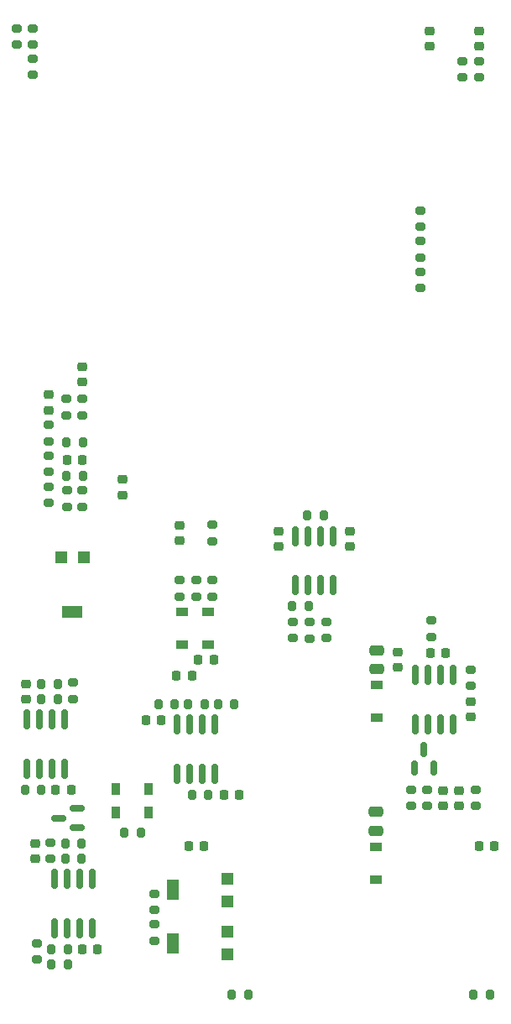
<source format=gtp>
G04 #@! TF.GenerationSoftware,KiCad,Pcbnew,(6.0.0)*
G04 #@! TF.CreationDate,2022-08-05T10:14:58-07:00*
G04 #@! TF.ProjectId,synth,73796e74-682e-46b6-9963-61645f706362,rev?*
G04 #@! TF.SameCoordinates,Original*
G04 #@! TF.FileFunction,Paste,Top*
G04 #@! TF.FilePolarity,Positive*
%FSLAX46Y46*%
G04 Gerber Fmt 4.6, Leading zero omitted, Abs format (unit mm)*
G04 Created by KiCad (PCBNEW (6.0.0)) date 2022-08-05 10:14:58*
%MOMM*%
%LPD*%
G01*
G04 APERTURE LIST*
G04 Aperture macros list*
%AMRoundRect*
0 Rectangle with rounded corners*
0 $1 Rounding radius*
0 $2 $3 $4 $5 $6 $7 $8 $9 X,Y pos of 4 corners*
0 Add a 4 corners polygon primitive as box body*
4,1,4,$2,$3,$4,$5,$6,$7,$8,$9,$2,$3,0*
0 Add four circle primitives for the rounded corners*
1,1,$1+$1,$2,$3*
1,1,$1+$1,$4,$5*
1,1,$1+$1,$6,$7*
1,1,$1+$1,$8,$9*
0 Add four rect primitives between the rounded corners*
20,1,$1+$1,$2,$3,$4,$5,0*
20,1,$1+$1,$4,$5,$6,$7,0*
20,1,$1+$1,$6,$7,$8,$9,0*
20,1,$1+$1,$8,$9,$2,$3,0*%
G04 Aperture macros list end*
%ADD10RoundRect,0.225000X0.250000X-0.225000X0.250000X0.225000X-0.250000X0.225000X-0.250000X-0.225000X0*%
%ADD11RoundRect,0.150000X0.150000X-0.825000X0.150000X0.825000X-0.150000X0.825000X-0.150000X-0.825000X0*%
%ADD12RoundRect,0.200000X0.275000X-0.200000X0.275000X0.200000X-0.275000X0.200000X-0.275000X-0.200000X0*%
%ADD13RoundRect,0.225000X0.225000X0.250000X-0.225000X0.250000X-0.225000X-0.250000X0.225000X-0.250000X0*%
%ADD14RoundRect,0.225000X-0.250000X0.225000X-0.250000X-0.225000X0.250000X-0.225000X0.250000X0.225000X0*%
%ADD15RoundRect,0.200000X-0.200000X-0.275000X0.200000X-0.275000X0.200000X0.275000X-0.200000X0.275000X0*%
%ADD16RoundRect,0.200000X-0.275000X0.200000X-0.275000X-0.200000X0.275000X-0.200000X0.275000X0.200000X0*%
%ADD17RoundRect,0.250000X-0.475000X0.250000X-0.475000X-0.250000X0.475000X-0.250000X0.475000X0.250000X0*%
%ADD18RoundRect,0.200000X0.200000X0.275000X-0.200000X0.275000X-0.200000X-0.275000X0.200000X-0.275000X0*%
%ADD19RoundRect,0.225000X-0.225000X-0.250000X0.225000X-0.250000X0.225000X0.250000X-0.225000X0.250000X0*%
%ADD20RoundRect,0.150000X0.150000X-0.587500X0.150000X0.587500X-0.150000X0.587500X-0.150000X-0.587500X0*%
%ADD21R,0.900000X1.200000*%
%ADD22RoundRect,0.150000X0.587500X0.150000X-0.587500X0.150000X-0.587500X-0.150000X0.587500X-0.150000X0*%
%ADD23R,1.200000X0.900000*%
%ADD24R,1.300000X1.300000*%
%ADD25R,1.300000X2.000000*%
%ADD26RoundRect,0.150000X-0.150000X0.825000X-0.150000X-0.825000X0.150000X-0.825000X0.150000X0.825000X0*%
%ADD27R,2.000000X1.300000*%
%ADD28RoundRect,0.250000X0.475000X-0.250000X0.475000X0.250000X-0.475000X0.250000X-0.475000X-0.250000X0*%
G04 APERTURE END LIST*
D10*
X140600000Y-95575000D03*
X140600000Y-94025000D03*
D11*
X140395000Y-119075000D03*
X141665000Y-119075000D03*
X142935000Y-119075000D03*
X144205000Y-119075000D03*
X144205000Y-114125000D03*
X142935000Y-114125000D03*
X141665000Y-114125000D03*
X140395000Y-114125000D03*
D12*
X127422000Y-91762000D03*
X127422000Y-90112000D03*
D13*
X129675000Y-120700000D03*
X128125000Y-120700000D03*
X141875000Y-109200000D03*
X140325000Y-109200000D03*
D14*
X162600000Y-106825000D03*
X162600000Y-108375000D03*
D15*
X138475000Y-112100000D03*
X140125000Y-112100000D03*
D13*
X167475000Y-106900000D03*
X165925000Y-106900000D03*
D16*
X166000000Y-103650000D03*
X166000000Y-105300000D03*
D17*
X160500000Y-106650000D03*
X160500000Y-108550000D03*
D18*
X153628000Y-102172000D03*
X151978000Y-102172000D03*
D10*
X168800000Y-122314000D03*
X168800000Y-120764000D03*
D19*
X141525000Y-126400000D03*
X143075000Y-126400000D03*
D12*
X125838618Y-48577000D03*
X125838618Y-46927000D03*
D18*
X128306000Y-111528000D03*
X126656000Y-111528000D03*
D11*
X152295000Y-100075000D03*
X153565000Y-100075000D03*
X154835000Y-100075000D03*
X156105000Y-100075000D03*
X156105000Y-95125000D03*
X154835000Y-95125000D03*
X153565000Y-95125000D03*
X152295000Y-95125000D03*
D16*
X152041000Y-103760000D03*
X152041000Y-105410000D03*
D15*
X129213000Y-89037000D03*
X130863000Y-89037000D03*
D11*
X125195000Y-118575000D03*
X126465000Y-118575000D03*
X127735000Y-118575000D03*
X129005000Y-118575000D03*
X129005000Y-113625000D03*
X127735000Y-113625000D03*
X126465000Y-113625000D03*
X125195000Y-113625000D03*
D20*
X164350000Y-118537500D03*
X166250000Y-118537500D03*
X165300000Y-116662500D03*
D16*
X129900000Y-109900000D03*
X129900000Y-111550000D03*
D10*
X157800000Y-96175000D03*
X157800000Y-94625000D03*
D21*
X134150000Y-123000000D03*
X137450000Y-123000000D03*
D16*
X142300000Y-99575000D03*
X142300000Y-101225000D03*
D19*
X137225000Y-113700000D03*
X138775000Y-113700000D03*
D10*
X170815000Y-45733000D03*
X170815000Y-44183000D03*
D18*
X129328000Y-136772000D03*
X127678000Y-136772000D03*
D16*
X129276000Y-90512000D03*
X129276000Y-92162000D03*
D22*
X130329500Y-124514000D03*
X130329500Y-122614000D03*
X128454500Y-123564000D03*
D10*
X130800000Y-79575000D03*
X130800000Y-78025000D03*
D15*
X126656000Y-110004000D03*
X128306000Y-110004000D03*
X129075000Y-126104000D03*
X130725000Y-126104000D03*
X125005000Y-120700000D03*
X126655000Y-120700000D03*
D13*
X130813000Y-87436000D03*
X129263000Y-87436000D03*
D23*
X160400000Y-129750000D03*
X160400000Y-126450000D03*
D16*
X130800000Y-81277000D03*
X130800000Y-82927000D03*
D15*
X170275000Y-141400000D03*
X171925000Y-141400000D03*
D16*
X127422000Y-83912000D03*
X127422000Y-85562000D03*
D18*
X155152000Y-93028000D03*
X153502000Y-93028000D03*
D16*
X155400000Y-103775000D03*
X155400000Y-105425000D03*
D12*
X138100000Y-135925000D03*
X138100000Y-134275000D03*
D24*
X145450000Y-131950000D03*
D25*
X139950000Y-130800000D03*
D24*
X145450000Y-129650000D03*
D26*
X168205000Y-109125000D03*
X166935000Y-109125000D03*
X165665000Y-109125000D03*
X164395000Y-109125000D03*
X164395000Y-114075000D03*
X165665000Y-114075000D03*
X166935000Y-114075000D03*
X168205000Y-114075000D03*
D16*
X130822000Y-90512000D03*
X130822000Y-92162000D03*
D14*
X126090000Y-126091000D03*
X126090000Y-127641000D03*
D11*
X127995000Y-134675000D03*
X129265000Y-134675000D03*
X130535000Y-134675000D03*
X131805000Y-134675000D03*
X131805000Y-129725000D03*
X130535000Y-129725000D03*
X129265000Y-129725000D03*
X127995000Y-129725000D03*
D13*
X146675000Y-121200000D03*
X145125000Y-121200000D03*
D10*
X134900000Y-90975000D03*
X134900000Y-89425000D03*
D24*
X130950000Y-97250000D03*
D27*
X129800000Y-102750000D03*
D24*
X128650000Y-97250000D03*
D10*
X165862000Y-45733000D03*
X165862000Y-44183000D03*
X170000000Y-113375000D03*
X170000000Y-111825000D03*
D12*
X170500000Y-122364000D03*
X170500000Y-120714000D03*
D18*
X130725000Y-127628000D03*
X129075000Y-127628000D03*
D12*
X143900000Y-95625000D03*
X143900000Y-93975000D03*
X165600000Y-122364000D03*
X165600000Y-120714000D03*
D13*
X172375000Y-126400000D03*
X170825000Y-126400000D03*
D16*
X140600000Y-99575000D03*
X140600000Y-101225000D03*
X143900000Y-99575000D03*
X143900000Y-101225000D03*
D15*
X129213000Y-85700000D03*
X130863000Y-85700000D03*
D16*
X164900000Y-62275000D03*
X164900000Y-63925000D03*
D24*
X145450000Y-137350000D03*
D25*
X139950000Y-136200000D03*
D24*
X145450000Y-135050000D03*
D18*
X129325000Y-138300000D03*
X127675000Y-138300000D03*
D15*
X144475000Y-112100000D03*
X146125000Y-112100000D03*
D12*
X125838618Y-45529000D03*
X125838618Y-43879000D03*
D23*
X160500000Y-110150000D03*
X160500000Y-113450000D03*
D10*
X167200000Y-122314000D03*
X167200000Y-120764000D03*
D23*
X140900000Y-106050000D03*
X140900000Y-102750000D03*
D16*
X164900000Y-65375000D03*
X164900000Y-67025000D03*
D12*
X163957000Y-122364000D03*
X163957000Y-120714000D03*
D15*
X141475000Y-112100000D03*
X143125000Y-112100000D03*
D12*
X170815000Y-48831000D03*
X170815000Y-47181000D03*
X164900000Y-70125000D03*
X164900000Y-68475000D03*
D14*
X127422000Y-80862000D03*
X127422000Y-82412000D03*
D12*
X124206000Y-45529000D03*
X124206000Y-43879000D03*
D14*
X125100000Y-110025000D03*
X125100000Y-111575000D03*
D16*
X129222000Y-81277000D03*
X129222000Y-82927000D03*
D21*
X137450000Y-120600000D03*
X134150000Y-120600000D03*
D23*
X143500000Y-106050000D03*
X143500000Y-102750000D03*
D13*
X132326000Y-136772000D03*
X130776000Y-136772000D03*
D10*
X150600000Y-96175000D03*
X150600000Y-94625000D03*
D12*
X153721000Y-105436000D03*
X153721000Y-103786000D03*
D16*
X127614000Y-126041000D03*
X127614000Y-127691000D03*
D15*
X145875000Y-141400000D03*
X147525000Y-141400000D03*
D13*
X144075000Y-107600000D03*
X142525000Y-107600000D03*
D12*
X126200000Y-137825000D03*
X126200000Y-136175000D03*
D15*
X135075000Y-125000000D03*
X136725000Y-125000000D03*
D12*
X169164000Y-48831000D03*
X169164000Y-47181000D03*
X170000000Y-110250000D03*
X170000000Y-108600000D03*
D28*
X160400000Y-124850000D03*
X160400000Y-122950000D03*
D16*
X138100000Y-131175000D03*
X138100000Y-132825000D03*
X127422000Y-87012000D03*
X127422000Y-88662000D03*
D15*
X141850000Y-121200000D03*
X143500000Y-121200000D03*
M02*

</source>
